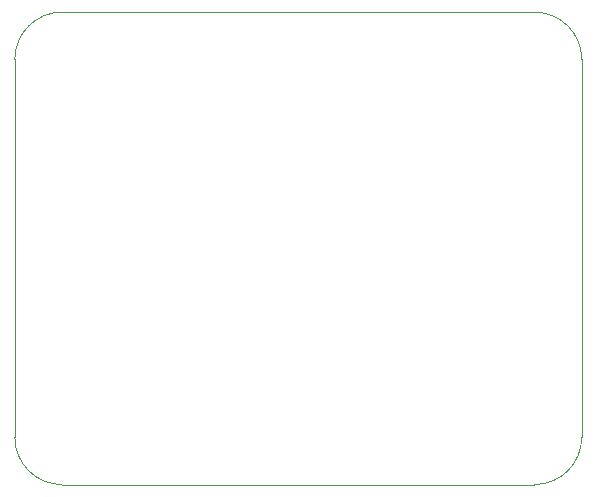
<source format=gbr>
%TF.GenerationSoftware,KiCad,Pcbnew,6.0.11-2627ca5db0~126~ubuntu22.04.1*%
%TF.CreationDate,2024-05-09T19:34:26+02:00*%
%TF.ProjectId,RedunDC,52656475-6e44-4432-9e6b-696361645f70,rev?*%
%TF.SameCoordinates,Original*%
%TF.FileFunction,Profile,NP*%
%FSLAX46Y46*%
G04 Gerber Fmt 4.6, Leading zero omitted, Abs format (unit mm)*
G04 Created by KiCad (PCBNEW 6.0.11-2627ca5db0~126~ubuntu22.04.1) date 2024-05-09 19:34:26*
%MOMM*%
%LPD*%
G01*
G04 APERTURE LIST*
%TA.AperFunction,Profile*%
%ADD10C,0.100000*%
%TD*%
G04 APERTURE END LIST*
D10*
X166000000Y-75500000D02*
G75*
G03*
X162000000Y-71500000I-4000000J0D01*
G01*
X122000000Y-71500000D02*
G75*
G03*
X118000000Y-75500000I0J-4000000D01*
G01*
X118000000Y-107500000D02*
G75*
G03*
X122000000Y-111500000I4000000J0D01*
G01*
X118000000Y-107500000D02*
X118000000Y-75500000D01*
X166000000Y-75500000D02*
X166000000Y-107500000D01*
X122000000Y-71500000D02*
X162000000Y-71500000D01*
X162000000Y-111500000D02*
X122000000Y-111500000D01*
X162000000Y-111500000D02*
G75*
G03*
X166000000Y-107500000I0J4000000D01*
G01*
M02*

</source>
